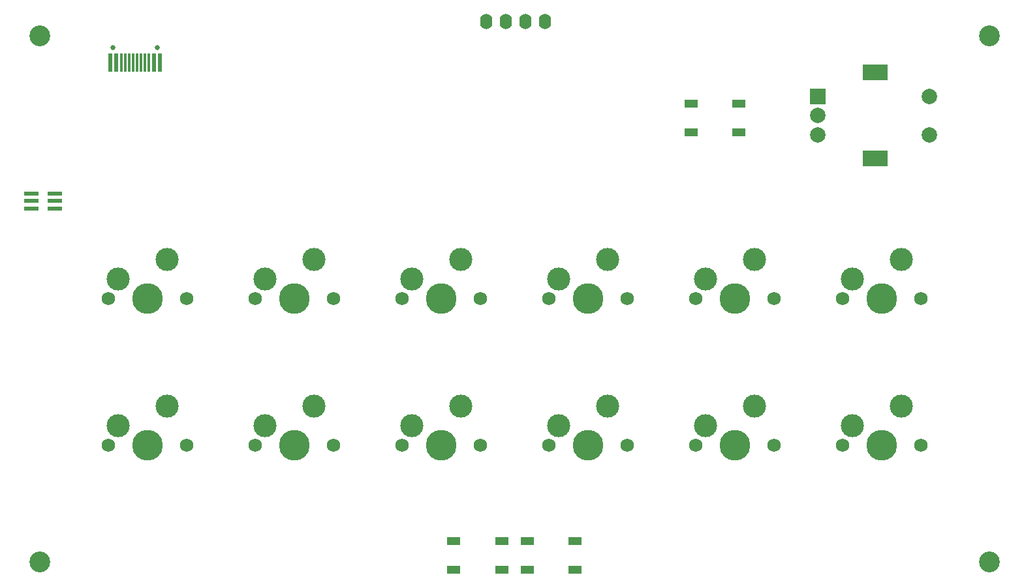
<source format=gbr>
%TF.GenerationSoftware,KiCad,Pcbnew,(5.1.9)-1*%
%TF.CreationDate,2021-03-28T16:49:31-07:00*%
%TF.ProjectId,millipad,6d696c6c-6970-4616-942e-6b696361645f,rev?*%
%TF.SameCoordinates,Original*%
%TF.FileFunction,Soldermask,Top*%
%TF.FilePolarity,Negative*%
%FSLAX46Y46*%
G04 Gerber Fmt 4.6, Leading zero omitted, Abs format (unit mm)*
G04 Created by KiCad (PCBNEW (5.1.9)-1) date 2021-03-28 16:49:31*
%MOMM*%
%LPD*%
G01*
G04 APERTURE LIST*
%ADD10R,1.800000X1.100000*%
%ADD11R,1.850000X0.500000*%
%ADD12C,1.750000*%
%ADD13C,3.000000*%
%ADD14C,3.987800*%
%ADD15O,1.600000X2.000000*%
%ADD16C,2.700000*%
%ADD17R,0.600000X2.450000*%
%ADD18R,0.300000X2.450000*%
%ADD19C,0.650000*%
%ADD20C,2.000000*%
%ADD21R,3.200000X2.000000*%
%ADD22R,2.000000X2.000000*%
G04 APERTURE END LIST*
D10*
%TO.C,SW4*%
X138187500Y-108212500D03*
X144387500Y-104512500D03*
X138187500Y-104512500D03*
X144387500Y-108212500D03*
%TD*%
%TO.C,SW3*%
X128662500Y-108212500D03*
X134862500Y-104512500D03*
X128662500Y-104512500D03*
X134862500Y-108212500D03*
%TD*%
D11*
%TO.C,J1*%
X73881250Y-61325000D03*
X76931250Y-61325000D03*
X73881250Y-60325000D03*
X76931250Y-60325000D03*
X73881250Y-59325000D03*
X76931250Y-59325000D03*
%TD*%
D12*
%TO.C,MX1*%
X93980000Y-73025000D03*
X83820000Y-73025000D03*
D13*
X85090000Y-70485000D03*
D14*
X88900000Y-73025000D03*
D13*
X91440000Y-67945000D03*
%TD*%
D12*
%TO.C,MX12*%
X189230000Y-92075000D03*
X179070000Y-92075000D03*
D13*
X180340000Y-89535000D03*
D14*
X184150000Y-92075000D03*
D13*
X186690000Y-86995000D03*
%TD*%
D12*
%TO.C,MX11*%
X189230000Y-73025000D03*
X179070000Y-73025000D03*
D13*
X180340000Y-70485000D03*
D14*
X184150000Y-73025000D03*
D13*
X186690000Y-67945000D03*
%TD*%
D12*
%TO.C,MX10*%
X170180000Y-92075000D03*
X160020000Y-92075000D03*
D13*
X161290000Y-89535000D03*
D14*
X165100000Y-92075000D03*
D13*
X167640000Y-86995000D03*
%TD*%
D12*
%TO.C,MX9*%
X170180000Y-73025000D03*
X160020000Y-73025000D03*
D13*
X161290000Y-70485000D03*
D14*
X165100000Y-73025000D03*
D13*
X167640000Y-67945000D03*
%TD*%
D12*
%TO.C,MX8*%
X151130000Y-92075000D03*
X140970000Y-92075000D03*
D13*
X142240000Y-89535000D03*
D14*
X146050000Y-92075000D03*
D13*
X148590000Y-86995000D03*
%TD*%
D12*
%TO.C,MX7*%
X151130000Y-73025000D03*
X140970000Y-73025000D03*
D13*
X142240000Y-70485000D03*
D14*
X146050000Y-73025000D03*
D13*
X148590000Y-67945000D03*
%TD*%
D12*
%TO.C,MX6*%
X132080000Y-92075000D03*
X121920000Y-92075000D03*
D13*
X123190000Y-89535000D03*
D14*
X127000000Y-92075000D03*
D13*
X129540000Y-86995000D03*
%TD*%
D12*
%TO.C,MX5*%
X132080000Y-73025000D03*
X121920000Y-73025000D03*
D13*
X123190000Y-70485000D03*
D14*
X127000000Y-73025000D03*
D13*
X129540000Y-67945000D03*
%TD*%
D12*
%TO.C,MX4*%
X113030000Y-92075000D03*
X102870000Y-92075000D03*
D13*
X104140000Y-89535000D03*
D14*
X107950000Y-92075000D03*
D13*
X110490000Y-86995000D03*
%TD*%
D12*
%TO.C,MX3*%
X113030000Y-73025000D03*
X102870000Y-73025000D03*
D13*
X104140000Y-70485000D03*
D14*
X107950000Y-73025000D03*
D13*
X110490000Y-67945000D03*
%TD*%
D12*
%TO.C,MX2*%
X93980000Y-92075000D03*
X83820000Y-92075000D03*
D13*
X85090000Y-89535000D03*
D14*
X88900000Y-92075000D03*
D13*
X91440000Y-86995000D03*
%TD*%
D15*
%TO.C,Brd1*%
X135445000Y-37025000D03*
X132905000Y-37025000D03*
X137985000Y-37025000D03*
X140525000Y-37025000D03*
%TD*%
D16*
%TO.C,H4*%
X74930000Y-107156250D03*
%TD*%
%TO.C,H3*%
X198120000Y-38893750D03*
%TD*%
%TO.C,H2*%
X74930000Y-38893750D03*
%TD*%
%TO.C,H1*%
X198120000Y-107156250D03*
%TD*%
D17*
%TO.C,USB1*%
X84087500Y-42326250D03*
X90537500Y-42326250D03*
X84862500Y-42326250D03*
X89762500Y-42326250D03*
D18*
X89062500Y-42326250D03*
X85562500Y-42326250D03*
X88562500Y-42326250D03*
X86062500Y-42326250D03*
X88062500Y-42326250D03*
X86562500Y-42326250D03*
X87062500Y-42326250D03*
X87562500Y-42326250D03*
D19*
X84422500Y-40381250D03*
X90202500Y-40381250D03*
%TD*%
D20*
%TO.C,SW2*%
X190356250Y-51712500D03*
X190356250Y-46712500D03*
D21*
X183356250Y-54812500D03*
X183356250Y-43612500D03*
D20*
X175856250Y-51712500D03*
X175856250Y-49212500D03*
D22*
X175856250Y-46712500D03*
%TD*%
D10*
%TO.C,SW1*%
X159460000Y-51380000D03*
X165660000Y-47680000D03*
X159460000Y-47680000D03*
X165660000Y-51380000D03*
%TD*%
M02*

</source>
